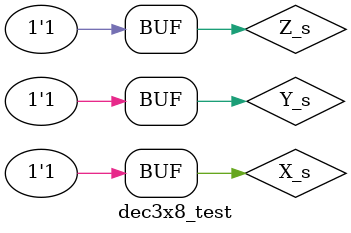
<source format=v>
`timescale 1ns / 1ps
	`timescale 1 ns/1 ns

module dec3x8_test();

	reg X_s, Y_s, Z_s;
	wire D0_s, D1_s, D2_s, D3_s, D4_s, D5_s, D6_s, D7_s;
	
	dec3x8 CompToTest(X_s, Y_s, Z_s, D0_s, D1_s, D2_s, D3_s, D4_s, D5_s, D6_s, D7_s);
	
	initial begin
		// Test all possible input combinations
		X_s <= 0; Y_s <= 0; Z_s <= 0;
		#10 X_s <= 0; Y_s <= 0; Z_s <= 1;
		#10 X_s <= 0; Y_s <= 1; Z_s <= 0;
		#10 X_s <= 0; Y_s <= 1; Z_s <= 1;
		#10 X_s <= 1; Y_s <= 0; Z_s <= 0;
		#10 X_s <= 1; Y_s <= 0; Z_s <= 1;
		#10 X_s <= 1; Y_s <= 1; Z_s <= 0;
		#10 X_s <= 1; Y_s <= 1; Z_s <= 1;
	end


endmodule
</source>
